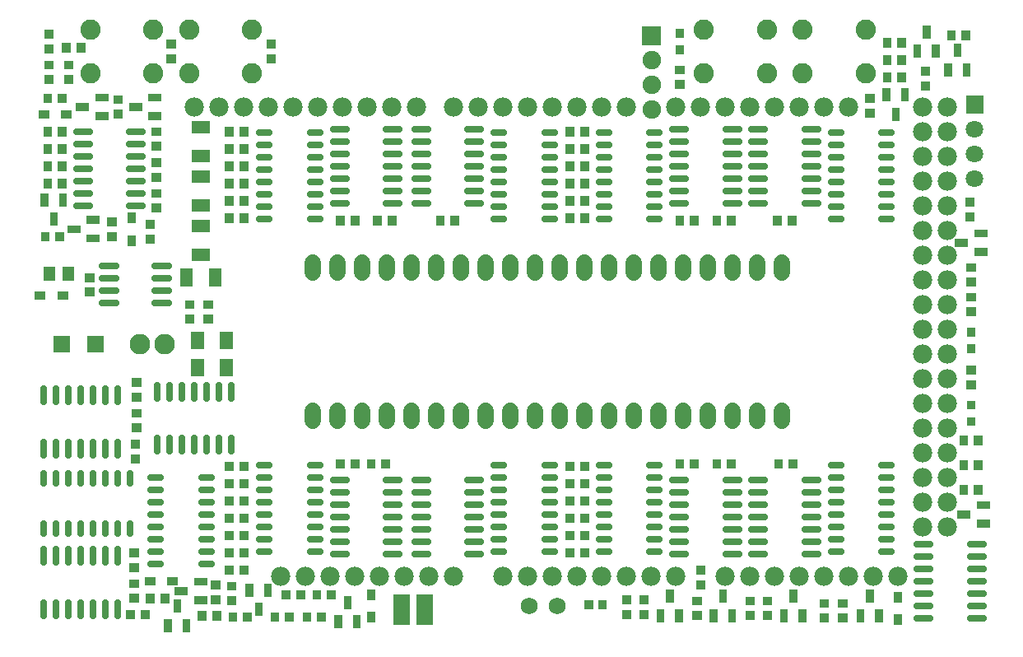
<source format=gts>
G04 Layer: TopSolderMaskLayer*
G04 EasyEDA v6.4.25, 2022-01-21T19:56:56+01:00*
G04 Gerber Generator version 0.2*
G04 Scale: 100 percent, Rotated: No, Reflected: No *
G04 Dimensions in inches *
G04 leading zeros omitted , absolute positions ,3 integer and 6 decimal *
%FSLAX36Y36*%
%MOIN*%

%ADD50C,0.0671*%
%ADD51C,0.0274*%
%ADD52C,0.0276*%
%ADD53C,0.0264*%
%ADD55C,0.0709*%
%ADD58C,0.0820*%
%ADD59C,0.0680*%
%ADD61C,0.0780*%
%ADD67C,0.0830*%
%ADD74C,0.0749*%

%LPD*%
D50*
X3130000Y-735315D02*
G01*
X3130000Y-774684D01*
X3030000Y-735315D02*
G01*
X3030000Y-774684D01*
X2930000Y-735315D02*
G01*
X2930000Y-774684D01*
X2830000Y-735315D02*
G01*
X2830000Y-774684D01*
X2730000Y-735315D02*
G01*
X2730000Y-774684D01*
X2630000Y-735315D02*
G01*
X2630000Y-774684D01*
X2530000Y-735315D02*
G01*
X2530000Y-774684D01*
X2430000Y-735315D02*
G01*
X2430000Y-774684D01*
X2330000Y-735315D02*
G01*
X2330000Y-774684D01*
X2230000Y-735315D02*
G01*
X2230000Y-774684D01*
X2130000Y-735315D02*
G01*
X2130000Y-774684D01*
X2030000Y-735315D02*
G01*
X2030000Y-774684D01*
X1930000Y-735315D02*
G01*
X1930000Y-774684D01*
X1830000Y-735315D02*
G01*
X1830000Y-774684D01*
X1730000Y-735315D02*
G01*
X1730000Y-774684D01*
X1630000Y-735315D02*
G01*
X1630000Y-774684D01*
X1530000Y-735315D02*
G01*
X1530000Y-774684D01*
X1430000Y-735315D02*
G01*
X1430000Y-774684D01*
X1330000Y-735315D02*
G01*
X1330000Y-774684D01*
X1230000Y-735315D02*
G01*
X1230000Y-774684D01*
X3130000Y-1335315D02*
G01*
X3130000Y-1374684D01*
X3030000Y-1335315D02*
G01*
X3030000Y-1374684D01*
X2930000Y-1335315D02*
G01*
X2930000Y-1374684D01*
X2830000Y-1335315D02*
G01*
X2830000Y-1374684D01*
X2730000Y-1335315D02*
G01*
X2730000Y-1374684D01*
X2630000Y-1335315D02*
G01*
X2630000Y-1374684D01*
X2530000Y-1335315D02*
G01*
X2530000Y-1374684D01*
X2430000Y-1335315D02*
G01*
X2430000Y-1374684D01*
X2330000Y-1335315D02*
G01*
X2330000Y-1374684D01*
X2230000Y-1335315D02*
G01*
X2230000Y-1374684D01*
X2130000Y-1335315D02*
G01*
X2130000Y-1374684D01*
X2030000Y-1335315D02*
G01*
X2030000Y-1374684D01*
X1930000Y-1335315D02*
G01*
X1930000Y-1374684D01*
X1830000Y-1335315D02*
G01*
X1830000Y-1374684D01*
X1730000Y-1335315D02*
G01*
X1730000Y-1374684D01*
X1630000Y-1335315D02*
G01*
X1630000Y-1374684D01*
X1530000Y-1335315D02*
G01*
X1530000Y-1374684D01*
X1430000Y-1335315D02*
G01*
X1430000Y-1374684D01*
X1330000Y-1335315D02*
G01*
X1330000Y-1374684D01*
X1230000Y-1335315D02*
G01*
X1230000Y-1374684D01*
D51*
X1855612Y-495000D02*
G01*
X1909647Y-495000D01*
X1855612Y-445000D02*
G01*
X1909647Y-445000D01*
X1855612Y-395000D02*
G01*
X1909647Y-395000D01*
X1855612Y-345000D02*
G01*
X1909647Y-345000D01*
X1855612Y-295000D02*
G01*
X1909647Y-295000D01*
X1855612Y-245000D02*
G01*
X1909647Y-245000D01*
X1855612Y-195000D02*
G01*
X1909647Y-195000D01*
X1640352Y-495000D02*
G01*
X1694387Y-495000D01*
X1640352Y-445000D02*
G01*
X1694387Y-445000D01*
X1640352Y-395000D02*
G01*
X1694387Y-395000D01*
X1640352Y-345000D02*
G01*
X1694387Y-345000D01*
X1640352Y-295000D02*
G01*
X1694387Y-295000D01*
X1640352Y-245000D02*
G01*
X1694387Y-245000D01*
X1640352Y-195000D02*
G01*
X1694387Y-195000D01*
X1525612Y-495000D02*
G01*
X1579647Y-495000D01*
X1525612Y-445000D02*
G01*
X1579647Y-445000D01*
X1525612Y-395000D02*
G01*
X1579647Y-395000D01*
X1525612Y-345000D02*
G01*
X1579647Y-345000D01*
X1525612Y-295000D02*
G01*
X1579647Y-295000D01*
X1525612Y-245000D02*
G01*
X1579647Y-245000D01*
X1525612Y-195000D02*
G01*
X1579647Y-195000D01*
X1310352Y-495000D02*
G01*
X1364387Y-495000D01*
X1310352Y-445000D02*
G01*
X1364387Y-445000D01*
X1310352Y-395000D02*
G01*
X1364387Y-395000D01*
X1310352Y-345000D02*
G01*
X1364387Y-345000D01*
X1310352Y-295000D02*
G01*
X1364387Y-295000D01*
X1310352Y-245000D02*
G01*
X1364387Y-245000D01*
X1310352Y-195000D02*
G01*
X1364387Y-195000D01*
D52*
X1257055Y-560000D02*
G01*
X1217685Y-560000D01*
X1257055Y-510000D02*
G01*
X1217685Y-510000D01*
X1257055Y-460000D02*
G01*
X1217685Y-460000D01*
X1257055Y-410000D02*
G01*
X1217685Y-410000D01*
X1257055Y-360000D02*
G01*
X1217685Y-360000D01*
X1257055Y-310000D02*
G01*
X1217685Y-310000D01*
X1257055Y-260000D02*
G01*
X1217685Y-260000D01*
X1257055Y-210000D02*
G01*
X1217685Y-210000D01*
X1052325Y-560000D02*
G01*
X1012955Y-560000D01*
X1052325Y-510000D02*
G01*
X1012955Y-510000D01*
X1052325Y-460000D02*
G01*
X1012955Y-460000D01*
X1052325Y-410000D02*
G01*
X1012955Y-410000D01*
X1052325Y-360000D02*
G01*
X1012955Y-360000D01*
X1052325Y-310000D02*
G01*
X1012955Y-310000D01*
X1052325Y-260000D02*
G01*
X1012955Y-260000D01*
X1052325Y-210000D02*
G01*
X1012955Y-210000D01*
X2207055Y-560000D02*
G01*
X2167685Y-560000D01*
X2207055Y-510000D02*
G01*
X2167685Y-510000D01*
X2207055Y-460000D02*
G01*
X2167685Y-460000D01*
X2207055Y-410000D02*
G01*
X2167685Y-410000D01*
X2207055Y-360000D02*
G01*
X2167685Y-360000D01*
X2207055Y-310000D02*
G01*
X2167685Y-310000D01*
X2207055Y-260000D02*
G01*
X2167685Y-260000D01*
X2207055Y-210000D02*
G01*
X2167685Y-210000D01*
X2002325Y-560000D02*
G01*
X1962955Y-560000D01*
X2002325Y-510000D02*
G01*
X1962955Y-510000D01*
X2002325Y-460000D02*
G01*
X1962955Y-460000D01*
X2002325Y-410000D02*
G01*
X1962955Y-410000D01*
X2002325Y-360000D02*
G01*
X1962955Y-360000D01*
X2002325Y-310000D02*
G01*
X1962955Y-310000D01*
X2002325Y-260000D02*
G01*
X1962955Y-260000D01*
X2002325Y-210000D02*
G01*
X1962955Y-210000D01*
X3327955Y-1555000D02*
G01*
X3367325Y-1555000D01*
X3327955Y-1605000D02*
G01*
X3367325Y-1605000D01*
X3327955Y-1655000D02*
G01*
X3367325Y-1655000D01*
X3327955Y-1705000D02*
G01*
X3367325Y-1705000D01*
X3327955Y-1755000D02*
G01*
X3367325Y-1755000D01*
X3327955Y-1805000D02*
G01*
X3367325Y-1805000D01*
X3327955Y-1855000D02*
G01*
X3367325Y-1855000D01*
X3327955Y-1905000D02*
G01*
X3367325Y-1905000D01*
X3532685Y-1555000D02*
G01*
X3572055Y-1555000D01*
X3532685Y-1605000D02*
G01*
X3572055Y-1605000D01*
X3532685Y-1655000D02*
G01*
X3572055Y-1655000D01*
X3532685Y-1705000D02*
G01*
X3572055Y-1705000D01*
X3532685Y-1755000D02*
G01*
X3572055Y-1755000D01*
X3532685Y-1805000D02*
G01*
X3572055Y-1805000D01*
X3532685Y-1855000D02*
G01*
X3572055Y-1855000D01*
X3532685Y-1905000D02*
G01*
X3572055Y-1905000D01*
X2387955Y-1555000D02*
G01*
X2427325Y-1555000D01*
X2387955Y-1605000D02*
G01*
X2427325Y-1605000D01*
X2387955Y-1655000D02*
G01*
X2427325Y-1655000D01*
X2387955Y-1705000D02*
G01*
X2427325Y-1705000D01*
X2387955Y-1755000D02*
G01*
X2427325Y-1755000D01*
X2387955Y-1805000D02*
G01*
X2427325Y-1805000D01*
X2387955Y-1855000D02*
G01*
X2427325Y-1855000D01*
X2387955Y-1905000D02*
G01*
X2427325Y-1905000D01*
X2592685Y-1555000D02*
G01*
X2632055Y-1555000D01*
X2592685Y-1605000D02*
G01*
X2632055Y-1605000D01*
X2592685Y-1655000D02*
G01*
X2632055Y-1655000D01*
X2592685Y-1705000D02*
G01*
X2632055Y-1705000D01*
X2592685Y-1755000D02*
G01*
X2632055Y-1755000D01*
X2592685Y-1805000D02*
G01*
X2632055Y-1805000D01*
X2592685Y-1855000D02*
G01*
X2632055Y-1855000D01*
X2592685Y-1905000D02*
G01*
X2632055Y-1905000D01*
D51*
X3059387Y-1615000D02*
G01*
X3005352Y-1615000D01*
X3059387Y-1665000D02*
G01*
X3005352Y-1665000D01*
X3059387Y-1715000D02*
G01*
X3005352Y-1715000D01*
X3059387Y-1765000D02*
G01*
X3005352Y-1765000D01*
X3059387Y-1815000D02*
G01*
X3005352Y-1815000D01*
X3059387Y-1865000D02*
G01*
X3005352Y-1865000D01*
X3059387Y-1915000D02*
G01*
X3005352Y-1915000D01*
X3274647Y-1615000D02*
G01*
X3220612Y-1615000D01*
X3274647Y-1665000D02*
G01*
X3220612Y-1665000D01*
X3274647Y-1715000D02*
G01*
X3220612Y-1715000D01*
X3274647Y-1765000D02*
G01*
X3220612Y-1765000D01*
X3274647Y-1815000D02*
G01*
X3220612Y-1815000D01*
X3274647Y-1865000D02*
G01*
X3220612Y-1865000D01*
X3274647Y-1915000D02*
G01*
X3220612Y-1915000D01*
X2739387Y-1615000D02*
G01*
X2685352Y-1615000D01*
X2739387Y-1665000D02*
G01*
X2685352Y-1665000D01*
X2739387Y-1715000D02*
G01*
X2685352Y-1715000D01*
X2739387Y-1765000D02*
G01*
X2685352Y-1765000D01*
X2739387Y-1815000D02*
G01*
X2685352Y-1815000D01*
X2739387Y-1865000D02*
G01*
X2685352Y-1865000D01*
X2739387Y-1915000D02*
G01*
X2685352Y-1915000D01*
X2954647Y-1615000D02*
G01*
X2900612Y-1615000D01*
X2954647Y-1665000D02*
G01*
X2900612Y-1665000D01*
X2954647Y-1715000D02*
G01*
X2900612Y-1715000D01*
X2954647Y-1765000D02*
G01*
X2900612Y-1765000D01*
X2954647Y-1815000D02*
G01*
X2900612Y-1815000D01*
X2954647Y-1865000D02*
G01*
X2900612Y-1865000D01*
X2954647Y-1915000D02*
G01*
X2900612Y-1915000D01*
X1364387Y-1615000D02*
G01*
X1310352Y-1615000D01*
X1364387Y-1665000D02*
G01*
X1310352Y-1665000D01*
X1364387Y-1715000D02*
G01*
X1310352Y-1715000D01*
X1364387Y-1765000D02*
G01*
X1310352Y-1765000D01*
X1364387Y-1815000D02*
G01*
X1310352Y-1815000D01*
X1364387Y-1865000D02*
G01*
X1310352Y-1865000D01*
X1364387Y-1915000D02*
G01*
X1310352Y-1915000D01*
X1579647Y-1615000D02*
G01*
X1525612Y-1615000D01*
X1579647Y-1665000D02*
G01*
X1525612Y-1665000D01*
X1579647Y-1715000D02*
G01*
X1525612Y-1715000D01*
X1579647Y-1765000D02*
G01*
X1525612Y-1765000D01*
X1579647Y-1815000D02*
G01*
X1525612Y-1815000D01*
X1579647Y-1865000D02*
G01*
X1525612Y-1865000D01*
X1579647Y-1915000D02*
G01*
X1525612Y-1915000D01*
X1694387Y-1615000D02*
G01*
X1640352Y-1615000D01*
X1694387Y-1665000D02*
G01*
X1640352Y-1665000D01*
X1694387Y-1715000D02*
G01*
X1640352Y-1715000D01*
X1694387Y-1765000D02*
G01*
X1640352Y-1765000D01*
X1694387Y-1815000D02*
G01*
X1640352Y-1815000D01*
X1694387Y-1865000D02*
G01*
X1640352Y-1865000D01*
X1694387Y-1915000D02*
G01*
X1640352Y-1915000D01*
X1909647Y-1615000D02*
G01*
X1855612Y-1615000D01*
X1909647Y-1665000D02*
G01*
X1855612Y-1665000D01*
X1909647Y-1715000D02*
G01*
X1855612Y-1715000D01*
X1909647Y-1765000D02*
G01*
X1855612Y-1765000D01*
X1909647Y-1815000D02*
G01*
X1855612Y-1815000D01*
X1909647Y-1865000D02*
G01*
X1855612Y-1865000D01*
X1909647Y-1915000D02*
G01*
X1855612Y-1915000D01*
D52*
X1012955Y-1555000D02*
G01*
X1052325Y-1555000D01*
X1012955Y-1605000D02*
G01*
X1052325Y-1605000D01*
X1012955Y-1655000D02*
G01*
X1052325Y-1655000D01*
X1012955Y-1705000D02*
G01*
X1052325Y-1705000D01*
X1012955Y-1755000D02*
G01*
X1052325Y-1755000D01*
X1012955Y-1805000D02*
G01*
X1052325Y-1805000D01*
X1012955Y-1855000D02*
G01*
X1052325Y-1855000D01*
X1012955Y-1905000D02*
G01*
X1052325Y-1905000D01*
X1217685Y-1555000D02*
G01*
X1257055Y-1555000D01*
X1217685Y-1605000D02*
G01*
X1257055Y-1605000D01*
X1217685Y-1655000D02*
G01*
X1257055Y-1655000D01*
X1217685Y-1705000D02*
G01*
X1257055Y-1705000D01*
X1217685Y-1755000D02*
G01*
X1257055Y-1755000D01*
X1217685Y-1805000D02*
G01*
X1257055Y-1805000D01*
X1217685Y-1855000D02*
G01*
X1257055Y-1855000D01*
X1217685Y-1905000D02*
G01*
X1257055Y-1905000D01*
X1962955Y-1555000D02*
G01*
X2002325Y-1555000D01*
X1962955Y-1605000D02*
G01*
X2002325Y-1605000D01*
X1962955Y-1655000D02*
G01*
X2002325Y-1655000D01*
X1962955Y-1705000D02*
G01*
X2002325Y-1705000D01*
X1962955Y-1755000D02*
G01*
X2002325Y-1755000D01*
X1962955Y-1805000D02*
G01*
X2002325Y-1805000D01*
X1962955Y-1855000D02*
G01*
X2002325Y-1855000D01*
X1962955Y-1905000D02*
G01*
X2002325Y-1905000D01*
X2167685Y-1555000D02*
G01*
X2207055Y-1555000D01*
X2167685Y-1605000D02*
G01*
X2207055Y-1605000D01*
X2167685Y-1655000D02*
G01*
X2207055Y-1655000D01*
X2167685Y-1705000D02*
G01*
X2207055Y-1705000D01*
X2167685Y-1755000D02*
G01*
X2207055Y-1755000D01*
X2167685Y-1805000D02*
G01*
X2207055Y-1805000D01*
X2167685Y-1855000D02*
G01*
X2207055Y-1855000D01*
X2167685Y-1905000D02*
G01*
X2207055Y-1905000D01*
X572955Y-1605000D02*
G01*
X612325Y-1605000D01*
X572955Y-1655000D02*
G01*
X612325Y-1655000D01*
X572955Y-1705000D02*
G01*
X612325Y-1705000D01*
X572955Y-1755000D02*
G01*
X612325Y-1755000D01*
X572955Y-1805000D02*
G01*
X612325Y-1805000D01*
X572955Y-1855000D02*
G01*
X612325Y-1855000D01*
X572955Y-1905000D02*
G01*
X612325Y-1905000D01*
X572955Y-1955000D02*
G01*
X612325Y-1955000D01*
X777685Y-1605000D02*
G01*
X817055Y-1605000D01*
X777685Y-1655000D02*
G01*
X817055Y-1655000D01*
X777685Y-1705000D02*
G01*
X817055Y-1705000D01*
X777685Y-1755000D02*
G01*
X817055Y-1755000D01*
X777685Y-1805000D02*
G01*
X817055Y-1805000D01*
X777685Y-1855000D02*
G01*
X817055Y-1855000D01*
X777685Y-1905000D02*
G01*
X817055Y-1905000D01*
X777685Y-1955000D02*
G01*
X817055Y-1955000D01*
X490000Y-1587955D02*
G01*
X490000Y-1627325D01*
X440000Y-1587955D02*
G01*
X440000Y-1627325D01*
X390000Y-1587955D02*
G01*
X390000Y-1627325D01*
X340000Y-1587955D02*
G01*
X340000Y-1627325D01*
X290000Y-1587955D02*
G01*
X290000Y-1627325D01*
X240000Y-1587955D02*
G01*
X240000Y-1627325D01*
X190000Y-1587955D02*
G01*
X190000Y-1627325D01*
X140000Y-1587955D02*
G01*
X140000Y-1627325D01*
X490000Y-1792685D02*
G01*
X490000Y-1832055D01*
X440000Y-1792685D02*
G01*
X440000Y-1832055D01*
X390000Y-1792685D02*
G01*
X390000Y-1832055D01*
X340000Y-1792685D02*
G01*
X340000Y-1832055D01*
X290000Y-1792685D02*
G01*
X290000Y-1832055D01*
X240000Y-1792685D02*
G01*
X240000Y-1832055D01*
X190000Y-1792685D02*
G01*
X190000Y-1832055D01*
X140000Y-1792685D02*
G01*
X140000Y-1832055D01*
D51*
X440000Y-1299387D02*
G01*
X440000Y-1245351D01*
X390000Y-1299387D02*
G01*
X390000Y-1245351D01*
X340000Y-1299387D02*
G01*
X340000Y-1245351D01*
X290000Y-1299387D02*
G01*
X290000Y-1245351D01*
X240000Y-1299387D02*
G01*
X240000Y-1245351D01*
X190000Y-1299387D02*
G01*
X190000Y-1245351D01*
X140000Y-1299387D02*
G01*
X140000Y-1245351D01*
X440000Y-1514648D02*
G01*
X440000Y-1460612D01*
X390000Y-1514648D02*
G01*
X390000Y-1460612D01*
X340000Y-1514648D02*
G01*
X340000Y-1460612D01*
X290000Y-1514648D02*
G01*
X290000Y-1460612D01*
X240000Y-1514648D02*
G01*
X240000Y-1460612D01*
X190000Y-1514648D02*
G01*
X190000Y-1460612D01*
X140000Y-1514648D02*
G01*
X140000Y-1460612D01*
X900000Y-1284387D02*
G01*
X900000Y-1230351D01*
X850000Y-1284387D02*
G01*
X850000Y-1230351D01*
X800000Y-1284387D02*
G01*
X800000Y-1230351D01*
X750000Y-1284387D02*
G01*
X750000Y-1230351D01*
X700000Y-1284387D02*
G01*
X700000Y-1230351D01*
X650000Y-1284387D02*
G01*
X650000Y-1230351D01*
X600000Y-1284387D02*
G01*
X600000Y-1230351D01*
X900000Y-1499648D02*
G01*
X900000Y-1445612D01*
X850000Y-1499648D02*
G01*
X850000Y-1445612D01*
X800000Y-1499648D02*
G01*
X800000Y-1445612D01*
X750000Y-1499648D02*
G01*
X750000Y-1445612D01*
X700000Y-1499648D02*
G01*
X700000Y-1445612D01*
X650000Y-1499648D02*
G01*
X650000Y-1445612D01*
X600000Y-1499648D02*
G01*
X600000Y-1445612D01*
X2900612Y-495000D02*
G01*
X2954647Y-495000D01*
X2900612Y-445000D02*
G01*
X2954647Y-445000D01*
X2900612Y-395000D02*
G01*
X2954647Y-395000D01*
X2900612Y-345000D02*
G01*
X2954647Y-345000D01*
X2900612Y-295000D02*
G01*
X2954647Y-295000D01*
X2900612Y-245000D02*
G01*
X2954647Y-245000D01*
X2900612Y-195000D02*
G01*
X2954647Y-195000D01*
X2685352Y-495000D02*
G01*
X2739387Y-495000D01*
X2685352Y-445000D02*
G01*
X2739387Y-445000D01*
X2685352Y-395000D02*
G01*
X2739387Y-395000D01*
X2685352Y-345000D02*
G01*
X2739387Y-345000D01*
X2685352Y-295000D02*
G01*
X2739387Y-295000D01*
X2685352Y-245000D02*
G01*
X2739387Y-245000D01*
X2685352Y-195000D02*
G01*
X2739387Y-195000D01*
X3220612Y-495000D02*
G01*
X3274647Y-495000D01*
X3220612Y-445000D02*
G01*
X3274647Y-445000D01*
X3220612Y-395000D02*
G01*
X3274647Y-395000D01*
X3220612Y-345000D02*
G01*
X3274647Y-345000D01*
X3220612Y-295000D02*
G01*
X3274647Y-295000D01*
X3220612Y-245000D02*
G01*
X3274647Y-245000D01*
X3220612Y-195000D02*
G01*
X3274647Y-195000D01*
X3005352Y-495000D02*
G01*
X3059387Y-495000D01*
X3005352Y-445000D02*
G01*
X3059387Y-445000D01*
X3005352Y-395000D02*
G01*
X3059387Y-395000D01*
X3005352Y-345000D02*
G01*
X3059387Y-345000D01*
X3005352Y-295000D02*
G01*
X3059387Y-295000D01*
X3005352Y-245000D02*
G01*
X3059387Y-245000D01*
X3005352Y-195000D02*
G01*
X3059387Y-195000D01*
D52*
X3572055Y-560000D02*
G01*
X3532685Y-560000D01*
X3572055Y-510000D02*
G01*
X3532685Y-510000D01*
X3572055Y-460000D02*
G01*
X3532685Y-460000D01*
X3572055Y-410000D02*
G01*
X3532685Y-410000D01*
X3572055Y-360000D02*
G01*
X3532685Y-360000D01*
X3572055Y-310000D02*
G01*
X3532685Y-310000D01*
X3572055Y-260000D02*
G01*
X3532685Y-260000D01*
X3572055Y-210000D02*
G01*
X3532685Y-210000D01*
X3367325Y-560000D02*
G01*
X3327955Y-560000D01*
X3367325Y-510000D02*
G01*
X3327955Y-510000D01*
X3367325Y-460000D02*
G01*
X3327955Y-460000D01*
X3367325Y-410000D02*
G01*
X3327955Y-410000D01*
X3367325Y-360000D02*
G01*
X3327955Y-360000D01*
X3367325Y-310000D02*
G01*
X3327955Y-310000D01*
X3367325Y-260000D02*
G01*
X3327955Y-260000D01*
X3367325Y-210000D02*
G01*
X3327955Y-210000D01*
X2632055Y-560000D02*
G01*
X2592685Y-560000D01*
X2632055Y-510000D02*
G01*
X2592685Y-510000D01*
X2632055Y-460000D02*
G01*
X2592685Y-460000D01*
X2632055Y-410000D02*
G01*
X2592685Y-410000D01*
X2632055Y-360000D02*
G01*
X2592685Y-360000D01*
X2632055Y-310000D02*
G01*
X2592685Y-310000D01*
X2632055Y-260000D02*
G01*
X2592685Y-260000D01*
X2632055Y-210000D02*
G01*
X2592685Y-210000D01*
X2427325Y-560000D02*
G01*
X2387955Y-560000D01*
X2427325Y-510000D02*
G01*
X2387955Y-510000D01*
X2427325Y-460000D02*
G01*
X2387955Y-460000D01*
X2427325Y-410000D02*
G01*
X2387955Y-410000D01*
X2427325Y-360000D02*
G01*
X2387955Y-360000D01*
X2427325Y-310000D02*
G01*
X2387955Y-310000D01*
X2427325Y-260000D02*
G01*
X2387955Y-260000D01*
X2427325Y-210000D02*
G01*
X2387955Y-210000D01*
D53*
X430700Y-750000D02*
G01*
X376298Y-750000D01*
X430700Y-800000D02*
G01*
X376298Y-800000D01*
X430700Y-850000D02*
G01*
X376298Y-850000D01*
X430700Y-900000D02*
G01*
X376298Y-900000D01*
X643701Y-750000D02*
G01*
X589299Y-750000D01*
X643701Y-800000D02*
G01*
X589299Y-800000D01*
X643701Y-850000D02*
G01*
X589299Y-850000D01*
X643701Y-900000D02*
G01*
X589299Y-900000D01*
D51*
X324387Y-205000D02*
G01*
X270351Y-205000D01*
X324387Y-255000D02*
G01*
X270351Y-255000D01*
X324387Y-305000D02*
G01*
X270351Y-305000D01*
X324387Y-355000D02*
G01*
X270351Y-355000D01*
X324387Y-405000D02*
G01*
X270351Y-405000D01*
X324387Y-455000D02*
G01*
X270351Y-455000D01*
X324387Y-505000D02*
G01*
X270351Y-505000D01*
X539648Y-205000D02*
G01*
X485612Y-205000D01*
X539648Y-255000D02*
G01*
X485612Y-255000D01*
X539648Y-305000D02*
G01*
X485612Y-305000D01*
X539648Y-355000D02*
G01*
X485612Y-355000D01*
X539648Y-405000D02*
G01*
X485612Y-405000D01*
X539648Y-455000D02*
G01*
X485612Y-455000D01*
X539648Y-505000D02*
G01*
X485612Y-505000D01*
X440000Y-1949387D02*
G01*
X440000Y-1895351D01*
X390000Y-1949387D02*
G01*
X390000Y-1895351D01*
X340000Y-1949387D02*
G01*
X340000Y-1895351D01*
X290000Y-1949387D02*
G01*
X290000Y-1895351D01*
X240000Y-1949387D02*
G01*
X240000Y-1895351D01*
X190000Y-1949387D02*
G01*
X190000Y-1895351D01*
X140000Y-1949387D02*
G01*
X140000Y-1895351D01*
X440000Y-2164648D02*
G01*
X440000Y-2110612D01*
X390000Y-2164648D02*
G01*
X390000Y-2110612D01*
X340000Y-2164648D02*
G01*
X340000Y-2110612D01*
X290000Y-2164648D02*
G01*
X290000Y-2110612D01*
X240000Y-2164648D02*
G01*
X240000Y-2110612D01*
X190000Y-2164648D02*
G01*
X190000Y-2110612D01*
X140000Y-2164648D02*
G01*
X140000Y-2110612D01*
X3729387Y-1875000D02*
G01*
X3675352Y-1875000D01*
X3729387Y-1925000D02*
G01*
X3675352Y-1925000D01*
X3729387Y-1975000D02*
G01*
X3675352Y-1975000D01*
X3729387Y-2025000D02*
G01*
X3675352Y-2025000D01*
X3729387Y-2075000D02*
G01*
X3675352Y-2075000D01*
X3729387Y-2125000D02*
G01*
X3675352Y-2125000D01*
X3729387Y-2175000D02*
G01*
X3675352Y-2175000D01*
X3944647Y-1875000D02*
G01*
X3890612Y-1875000D01*
X3944647Y-1925000D02*
G01*
X3890612Y-1925000D01*
X3944647Y-1975000D02*
G01*
X3890612Y-1975000D01*
X3944647Y-2025000D02*
G01*
X3890612Y-2025000D01*
X3944647Y-2075000D02*
G01*
X3890612Y-2075000D01*
X3944647Y-2125000D02*
G01*
X3890612Y-2125000D01*
X3944647Y-2175000D02*
G01*
X3890612Y-2175000D01*
G36*
X3874499Y-130500D02*
G01*
X3874499Y-59499D01*
X3945500Y-59499D01*
X3945500Y-130500D01*
G37*
D55*
G01*
X3910000Y-195000D03*
G01*
X3910000Y-295000D03*
G01*
X3910000Y-395000D03*
G36*
X3877299Y-1396199D02*
G01*
X3877299Y-1360799D01*
X3912700Y-1360799D01*
X3912700Y-1396199D01*
G37*
G36*
X3877299Y-1329200D02*
G01*
X3877299Y-1293800D01*
X3912700Y-1293800D01*
X3912700Y-1329200D01*
G37*
G36*
X3877299Y-1034200D02*
G01*
X3877299Y-998800D01*
X3912700Y-998800D01*
X3912700Y-1034200D01*
G37*
G36*
X3877299Y-1101199D02*
G01*
X3877299Y-1065799D01*
X3912700Y-1065799D01*
X3912700Y-1101199D01*
G37*
G36*
X2697299Y108800D02*
G01*
X2697299Y144200D01*
X2732700Y144200D01*
X2732700Y108800D01*
G37*
G36*
X2697299Y175799D02*
G01*
X2697299Y211199D01*
X2732700Y211199D01*
X2732700Y175799D01*
G37*
G36*
X2696000Y-32500D02*
G01*
X2696000Y3200D01*
X2733999Y3200D01*
X2733999Y-32500D01*
G37*
G36*
X2696000Y26799D02*
G01*
X2696000Y62500D01*
X2733999Y62500D01*
X2733999Y26799D01*
G37*
G36*
X3876000Y-893200D02*
G01*
X3876000Y-857500D01*
X3913999Y-857500D01*
X3913999Y-893200D01*
G37*
G36*
X3876000Y-952500D02*
G01*
X3876000Y-916799D01*
X3913999Y-916799D01*
X3913999Y-952500D01*
G37*
G36*
X3876000Y-1188200D02*
G01*
X3876000Y-1152500D01*
X3913999Y-1152500D01*
X3913999Y-1188200D01*
G37*
G36*
X3876000Y-1247500D02*
G01*
X3876000Y-1211799D01*
X3913999Y-1211799D01*
X3913999Y-1247500D01*
G37*
D58*
G01*
X726999Y209000D03*
G01*
X983000Y209000D03*
G01*
X726999Y30999D03*
G01*
X983000Y30999D03*
G01*
X326999Y209000D03*
G01*
X583000Y209000D03*
G01*
X326999Y30999D03*
G01*
X583000Y30999D03*
D59*
G01*
X2105000Y-2125000D03*
G01*
X2220000Y-2125000D03*
G36*
X3907799Y-708200D02*
G01*
X3907799Y-676599D01*
X3961000Y-676599D01*
X3961000Y-708200D01*
G37*
G36*
X3907799Y-633400D02*
G01*
X3907799Y-601799D01*
X3961000Y-601799D01*
X3961000Y-633400D01*
G37*
G36*
X3828999Y-670799D02*
G01*
X3828999Y-639200D01*
X3882200Y-639200D01*
X3882200Y-670799D01*
G37*
G36*
X3876000Y-773200D02*
G01*
X3876000Y-737500D01*
X3913999Y-737500D01*
X3913999Y-773200D01*
G37*
G36*
X3876000Y-832500D02*
G01*
X3876000Y-796799D01*
X3913999Y-796799D01*
X3913999Y-832500D01*
G37*
G36*
X3871000Y-508200D02*
G01*
X3871000Y-472500D01*
X3908999Y-472500D01*
X3908999Y-508200D01*
G37*
G36*
X3871000Y-567500D02*
G01*
X3871000Y-531799D01*
X3908999Y-531799D01*
X3908999Y-567500D01*
G37*
D61*
G01*
X750000Y-105000D03*
G01*
X850000Y-105000D03*
G01*
X950000Y-105000D03*
G01*
X1050000Y-105000D03*
G01*
X1150000Y-105000D03*
G01*
X1250000Y-105000D03*
G01*
X1350000Y-105000D03*
G01*
X1450000Y-105000D03*
G01*
X1550000Y-105000D03*
G01*
X1650000Y-105000D03*
G01*
X1800000Y-105000D03*
G01*
X1900000Y-105000D03*
G01*
X2000000Y-105000D03*
G01*
X2100000Y-105000D03*
G01*
X2200000Y-105000D03*
G01*
X2300000Y-105000D03*
G01*
X2400000Y-105000D03*
G01*
X2500000Y-105000D03*
G01*
X2700000Y-105000D03*
G01*
X2800000Y-105000D03*
G01*
X2900000Y-105000D03*
G01*
X3000000Y-105000D03*
G01*
X3100000Y-105000D03*
G01*
X3200000Y-105000D03*
G01*
X3300000Y-105000D03*
G01*
X3400000Y-105000D03*
G01*
X3800000Y-105000D03*
G01*
X3700000Y-105000D03*
G01*
X3800000Y-205000D03*
G01*
X3800000Y-305000D03*
G01*
X3700000Y-205000D03*
G01*
X3700000Y-305000D03*
G01*
X3700000Y-405000D03*
G01*
X3800000Y-405000D03*
G01*
X3800000Y-505000D03*
G01*
X3700000Y-505000D03*
G01*
X3700000Y-605000D03*
G01*
X3800000Y-605000D03*
G01*
X3700000Y-705000D03*
G01*
X3800000Y-705000D03*
G01*
X3700000Y-805000D03*
G01*
X3800000Y-805000D03*
G01*
X3700000Y-905000D03*
G01*
X3800000Y-905000D03*
G01*
X3700000Y-1005000D03*
G01*
X3800000Y-1005000D03*
G01*
X3700000Y-1105000D03*
G01*
X3800000Y-1105000D03*
G01*
X3800000Y-1205000D03*
G01*
X3700000Y-1205000D03*
G01*
X3700000Y-1305000D03*
G01*
X3800000Y-1305000D03*
G01*
X3800000Y-1405000D03*
G01*
X3700000Y-1405000D03*
G01*
X3700000Y-1505000D03*
G01*
X3800000Y-1505000D03*
G01*
X3800000Y-1605000D03*
G01*
X3700000Y-1605000D03*
G01*
X3700000Y-1705000D03*
G01*
X3800000Y-1705000D03*
G01*
X3800000Y-1805000D03*
G01*
X3700000Y-1805000D03*
G01*
X3600000Y-2005000D03*
G01*
X3500000Y-2005000D03*
G01*
X3400000Y-2005000D03*
G01*
X3300000Y-2005000D03*
G01*
X3200000Y-2005000D03*
G01*
X3100000Y-2005000D03*
G01*
X3000000Y-2005000D03*
G01*
X2900000Y-2005000D03*
G01*
X2700000Y-2005000D03*
G01*
X2600000Y-2005000D03*
G01*
X2500000Y-2005000D03*
G01*
X2400000Y-2005000D03*
G01*
X2300000Y-2005000D03*
G01*
X2200000Y-2005000D03*
G01*
X2100000Y-2005000D03*
G01*
X2000000Y-2005000D03*
G01*
X1800000Y-2005000D03*
G01*
X1700000Y-2005000D03*
G01*
X1600000Y-2005000D03*
G01*
X1500000Y-2005000D03*
G01*
X1400000Y-2005000D03*
G01*
X1300000Y-2005000D03*
G01*
X1200000Y-2005000D03*
G01*
X1100000Y-2005000D03*
G36*
X117199Y-151799D02*
G01*
X117199Y-118200D01*
X160500Y-118200D01*
X160500Y-151799D01*
G37*
G36*
X209499Y-151799D02*
G01*
X209499Y-118200D01*
X252800Y-118200D01*
X252800Y-151799D01*
G37*
G36*
X478200Y-575500D02*
G01*
X478200Y-532199D01*
X511799Y-532199D01*
X511799Y-575500D01*
G37*
G36*
X478200Y-667800D02*
G01*
X478200Y-624499D01*
X511799Y-624499D01*
X511799Y-667800D01*
G37*
G36*
X312800Y-653200D02*
G01*
X312800Y-621599D01*
X365999Y-621599D01*
X365999Y-653200D01*
G37*
G36*
X312800Y-578400D02*
G01*
X312800Y-546799D01*
X365999Y-546799D01*
X365999Y-578400D01*
G37*
G36*
X234000Y-615799D02*
G01*
X234000Y-584200D01*
X287199Y-584200D01*
X287199Y-615799D01*
G37*
G36*
X347800Y-158200D02*
G01*
X347800Y-126599D01*
X400999Y-126599D01*
X400999Y-158200D01*
G37*
G36*
X347800Y-83400D02*
G01*
X347800Y-51799D01*
X400999Y-51799D01*
X400999Y-83400D01*
G37*
G36*
X269000Y-120799D02*
G01*
X269000Y-89200D01*
X322199Y-89200D01*
X322199Y-120799D01*
G37*
G36*
X3611599Y-82199D02*
G01*
X3611599Y-29000D01*
X3643199Y-29000D01*
X3643199Y-82199D01*
G37*
G36*
X3536800Y-82199D02*
G01*
X3536800Y-29000D01*
X3568400Y-29000D01*
X3568400Y-82199D01*
G37*
G36*
X3574200Y-160999D02*
G01*
X3574200Y-107800D01*
X3605799Y-107800D01*
X3605799Y-160999D01*
G37*
G36*
X3661800Y94000D02*
G01*
X3661800Y147199D01*
X3693400Y147199D01*
X3693400Y94000D01*
G37*
G36*
X3736599Y94000D02*
G01*
X3736599Y147199D01*
X3768199Y147199D01*
X3768199Y94000D01*
G37*
G36*
X3699200Y172800D02*
G01*
X3699200Y225999D01*
X3730799Y225999D01*
X3730799Y172800D01*
G37*
G36*
X3786800Y19000D02*
G01*
X3786800Y72199D01*
X3818400Y72199D01*
X3818400Y19000D01*
G37*
G36*
X3861599Y19000D02*
G01*
X3861599Y72199D01*
X3893199Y72199D01*
X3893199Y19000D01*
G37*
G36*
X3824200Y97800D02*
G01*
X3824200Y150999D01*
X3855799Y150999D01*
X3855799Y97800D01*
G37*
G36*
X201599Y-507199D02*
G01*
X201599Y-454000D01*
X233200Y-454000D01*
X233200Y-507199D01*
G37*
G36*
X126799Y-507199D02*
G01*
X126799Y-454000D01*
X158400Y-454000D01*
X158400Y-507199D01*
G37*
G36*
X164200Y-585999D02*
G01*
X164200Y-532800D01*
X195799Y-532800D01*
X195799Y-585999D01*
G37*
G36*
X562800Y-158200D02*
G01*
X562800Y-126599D01*
X615999Y-126599D01*
X615999Y-158200D01*
G37*
G36*
X562800Y-83400D02*
G01*
X562800Y-51799D01*
X615999Y-51799D01*
X615999Y-83400D01*
G37*
G36*
X484000Y-120799D02*
G01*
X484000Y-89200D01*
X537199Y-89200D01*
X537199Y-120799D01*
G37*
G36*
X3121800Y-2190999D02*
G01*
X3121800Y-2137800D01*
X3153400Y-2137800D01*
X3153400Y-2190999D01*
G37*
G36*
X3196599Y-2190999D02*
G01*
X3196599Y-2137800D01*
X3228199Y-2137800D01*
X3228199Y-2190999D01*
G37*
G36*
X3159200Y-2112199D02*
G01*
X3159200Y-2059000D01*
X3190799Y-2059000D01*
X3190799Y-2112199D01*
G37*
G36*
X2836800Y-2190999D02*
G01*
X2836800Y-2137800D01*
X2868400Y-2137800D01*
X2868400Y-2190999D01*
G37*
G36*
X2911599Y-2190999D02*
G01*
X2911599Y-2137800D01*
X2943199Y-2137800D01*
X2943199Y-2190999D01*
G37*
G36*
X2874200Y-2112199D02*
G01*
X2874200Y-2059000D01*
X2905799Y-2059000D01*
X2905799Y-2112199D01*
G37*
G36*
X186799Y-649000D02*
G01*
X186799Y-610999D01*
X222500Y-610999D01*
X222500Y-649000D01*
G37*
G36*
X127500Y-649000D02*
G01*
X127500Y-610999D01*
X163200Y-610999D01*
X163200Y-649000D01*
G37*
G36*
X137500Y-89000D02*
G01*
X137500Y-50999D01*
X173200Y-50999D01*
X173200Y-89000D01*
G37*
G36*
X196799Y-89000D02*
G01*
X196799Y-50999D01*
X232500Y-50999D01*
X232500Y-89000D01*
G37*
G36*
X420999Y-152500D02*
G01*
X420999Y-116799D01*
X459000Y-116799D01*
X459000Y-152500D01*
G37*
G36*
X420999Y-93200D02*
G01*
X420999Y-57500D01*
X459000Y-57500D01*
X459000Y-93200D01*
G37*
G36*
X2981000Y-2123200D02*
G01*
X2981000Y-2087500D01*
X3018999Y-2087500D01*
X3018999Y-2123200D01*
G37*
G36*
X2981000Y-2182500D02*
G01*
X2981000Y-2146799D01*
X3018999Y-2146799D01*
X3018999Y-2182500D01*
G37*
G36*
X3856800Y165999D02*
G01*
X3856800Y204000D01*
X3892500Y204000D01*
X3892500Y165999D01*
G37*
G36*
X3797500Y165999D02*
G01*
X3797500Y204000D01*
X3833199Y204000D01*
X3833199Y165999D01*
G37*
G36*
X3537500Y135999D02*
G01*
X3537500Y174000D01*
X3573199Y174000D01*
X3573199Y135999D01*
G37*
G36*
X3596800Y135999D02*
G01*
X3596800Y174000D01*
X3632500Y174000D01*
X3632500Y135999D01*
G37*
G36*
X3596800Y-4000D02*
G01*
X3596800Y34000D01*
X3632500Y34000D01*
X3632500Y-4000D01*
G37*
G36*
X3537500Y-4000D02*
G01*
X3537500Y34000D01*
X3573199Y34000D01*
X3573199Y-4000D01*
G37*
G36*
X3466000Y-147500D02*
G01*
X3466000Y-111799D01*
X3503999Y-111799D01*
X3503999Y-147500D01*
G37*
G36*
X3466000Y-88200D02*
G01*
X3466000Y-52500D01*
X3503999Y-52500D01*
X3503999Y-88200D01*
G37*
G36*
X3596800Y65999D02*
G01*
X3596800Y104000D01*
X3632500Y104000D01*
X3632500Y65999D01*
G37*
G36*
X3537500Y65999D02*
G01*
X3537500Y104000D01*
X3573199Y104000D01*
X3573199Y65999D01*
G37*
G36*
X3691000Y-37500D02*
G01*
X3691000Y-1799D01*
X3728999Y-1799D01*
X3728999Y-37500D01*
G37*
G36*
X3691000Y21799D02*
G01*
X3691000Y57500D01*
X3728999Y57500D01*
X3728999Y21799D01*
G37*
G36*
X575999Y-348200D02*
G01*
X575999Y-312500D01*
X614000Y-312500D01*
X614000Y-348200D01*
G37*
G36*
X575999Y-407500D02*
G01*
X575999Y-371799D01*
X614000Y-371799D01*
X614000Y-407500D01*
G37*
G36*
X196799Y-434000D02*
G01*
X196799Y-395999D01*
X232500Y-395999D01*
X232500Y-434000D01*
G37*
G36*
X137500Y-434000D02*
G01*
X137500Y-395999D01*
X173200Y-395999D01*
X173200Y-434000D01*
G37*
G36*
X575999Y-282500D02*
G01*
X575999Y-246799D01*
X614000Y-246799D01*
X614000Y-282500D01*
G37*
G36*
X575999Y-223200D02*
G01*
X575999Y-187500D01*
X614000Y-187500D01*
X614000Y-223200D01*
G37*
G36*
X196799Y-364000D02*
G01*
X196799Y-325999D01*
X232500Y-325999D01*
X232500Y-364000D01*
G37*
G36*
X137500Y-364000D02*
G01*
X137500Y-325999D01*
X173200Y-325999D01*
X173200Y-364000D01*
G37*
G36*
X575999Y-473200D02*
G01*
X575999Y-437500D01*
X614000Y-437500D01*
X614000Y-473200D01*
G37*
G36*
X575999Y-532500D02*
G01*
X575999Y-496799D01*
X614000Y-496799D01*
X614000Y-532500D01*
G37*
G36*
X3051000Y-2182500D02*
G01*
X3051000Y-2146799D01*
X3088999Y-2146799D01*
X3088999Y-2182500D01*
G37*
G36*
X3051000Y-2123200D02*
G01*
X3051000Y-2087500D01*
X3088999Y-2087500D01*
X3088999Y-2123200D01*
G37*
G36*
X2766000Y-2182500D02*
G01*
X2766000Y-2146799D01*
X2803999Y-2146799D01*
X2803999Y-2182500D01*
G37*
G36*
X2766000Y-2123200D02*
G01*
X2766000Y-2087500D01*
X2803999Y-2087500D01*
X2803999Y-2123200D01*
G37*
G36*
X2781000Y-2057500D02*
G01*
X2781000Y-2021799D01*
X2818999Y-2021799D01*
X2818999Y-2057500D01*
G37*
G36*
X2781000Y-1998200D02*
G01*
X2781000Y-1962500D01*
X2818999Y-1962500D01*
X2818999Y-1998200D01*
G37*
G36*
X2481000Y-2118200D02*
G01*
X2481000Y-2082500D01*
X2518999Y-2082500D01*
X2518999Y-2118200D01*
G37*
G36*
X2481000Y-2177500D02*
G01*
X2481000Y-2141799D01*
X2518999Y-2141799D01*
X2518999Y-2177500D01*
G37*
G36*
X2551000Y-2177500D02*
G01*
X2551000Y-2141799D01*
X2588999Y-2141799D01*
X2588999Y-2177500D01*
G37*
G36*
X2551000Y-2118200D02*
G01*
X2551000Y-2082500D01*
X2588999Y-2082500D01*
X2588999Y-2118200D01*
G37*
G36*
X872500Y-224000D02*
G01*
X872500Y-185999D01*
X908199Y-185999D01*
X908199Y-224000D01*
G37*
G36*
X931800Y-224000D02*
G01*
X931800Y-185999D01*
X967500Y-185999D01*
X967500Y-224000D01*
G37*
G36*
X1727500Y-584000D02*
G01*
X1727500Y-545999D01*
X1763199Y-545999D01*
X1763199Y-584000D01*
G37*
G36*
X1786800Y-584000D02*
G01*
X1786800Y-545999D01*
X1822500Y-545999D01*
X1822500Y-584000D01*
G37*
G36*
X1381800Y-584000D02*
G01*
X1381800Y-545999D01*
X1417500Y-545999D01*
X1417500Y-584000D01*
G37*
G36*
X1322500Y-584000D02*
G01*
X1322500Y-545999D01*
X1358199Y-545999D01*
X1358199Y-584000D01*
G37*
G36*
X872500Y-574000D02*
G01*
X872500Y-535999D01*
X908199Y-535999D01*
X908199Y-574000D01*
G37*
G36*
X931800Y-574000D02*
G01*
X931800Y-535999D01*
X967500Y-535999D01*
X967500Y-574000D01*
G37*
G36*
X872500Y-294000D02*
G01*
X872500Y-255999D01*
X908199Y-255999D01*
X908199Y-294000D01*
G37*
G36*
X931800Y-294000D02*
G01*
X931800Y-255999D01*
X967500Y-255999D01*
X967500Y-294000D01*
G37*
G36*
X872500Y-434000D02*
G01*
X872500Y-395999D01*
X908199Y-395999D01*
X908199Y-434000D01*
G37*
G36*
X931800Y-434000D02*
G01*
X931800Y-395999D01*
X967500Y-395999D01*
X967500Y-434000D01*
G37*
G36*
X2906800Y-1569000D02*
G01*
X2906800Y-1530999D01*
X2942500Y-1530999D01*
X2942500Y-1569000D01*
G37*
G36*
X2847500Y-1569000D02*
G01*
X2847500Y-1530999D01*
X2883199Y-1530999D01*
X2883199Y-1569000D01*
G37*
G36*
X3156800Y-1569000D02*
G01*
X3156800Y-1530999D01*
X3192500Y-1530999D01*
X3192500Y-1569000D01*
G37*
G36*
X3097500Y-1569000D02*
G01*
X3097500Y-1530999D01*
X3133199Y-1530999D01*
X3133199Y-1569000D01*
G37*
G36*
X2252500Y-1859000D02*
G01*
X2252500Y-1820999D01*
X2288199Y-1820999D01*
X2288199Y-1859000D01*
G37*
G36*
X2311800Y-1859000D02*
G01*
X2311800Y-1820999D01*
X2347500Y-1820999D01*
X2347500Y-1859000D01*
G37*
G36*
X2252500Y-1929000D02*
G01*
X2252500Y-1890999D01*
X2288199Y-1890999D01*
X2288199Y-1929000D01*
G37*
G36*
X2311800Y-1929000D02*
G01*
X2311800Y-1890999D01*
X2347500Y-1890999D01*
X2347500Y-1929000D01*
G37*
G36*
X2252500Y-1579000D02*
G01*
X2252500Y-1540999D01*
X2288199Y-1540999D01*
X2288199Y-1579000D01*
G37*
G36*
X2311800Y-1579000D02*
G01*
X2311800Y-1540999D01*
X2347500Y-1540999D01*
X2347500Y-1579000D01*
G37*
G36*
X2252500Y-1649000D02*
G01*
X2252500Y-1610999D01*
X2288199Y-1610999D01*
X2288199Y-1649000D01*
G37*
G36*
X2311800Y-1649000D02*
G01*
X2311800Y-1610999D01*
X2347500Y-1610999D01*
X2347500Y-1649000D01*
G37*
G36*
X2252500Y-1719000D02*
G01*
X2252500Y-1680999D01*
X2288199Y-1680999D01*
X2288199Y-1719000D01*
G37*
G36*
X2311800Y-1719000D02*
G01*
X2311800Y-1680999D01*
X2347500Y-1680999D01*
X2347500Y-1719000D01*
G37*
G36*
X2252500Y-1789000D02*
G01*
X2252500Y-1750999D01*
X2288199Y-1750999D01*
X2288199Y-1789000D01*
G37*
G36*
X2311800Y-1789000D02*
G01*
X2311800Y-1750999D01*
X2347500Y-1750999D01*
X2347500Y-1789000D01*
G37*
G36*
X2697500Y-1569000D02*
G01*
X2697500Y-1530999D01*
X2733199Y-1530999D01*
X2733199Y-1569000D01*
G37*
G36*
X2756800Y-1569000D02*
G01*
X2756800Y-1530999D01*
X2792500Y-1530999D01*
X2792500Y-1569000D01*
G37*
G36*
X931800Y-1719000D02*
G01*
X931800Y-1680999D01*
X967500Y-1680999D01*
X967500Y-1719000D01*
G37*
G36*
X872500Y-1719000D02*
G01*
X872500Y-1680999D01*
X908199Y-1680999D01*
X908199Y-1719000D01*
G37*
G36*
X872500Y-1859000D02*
G01*
X872500Y-1820999D01*
X908199Y-1820999D01*
X908199Y-1859000D01*
G37*
G36*
X931800Y-1859000D02*
G01*
X931800Y-1820999D01*
X967500Y-1820999D01*
X967500Y-1859000D01*
G37*
G36*
X872500Y-1789000D02*
G01*
X872500Y-1750999D01*
X908199Y-1750999D01*
X908199Y-1789000D01*
G37*
G36*
X931800Y-1789000D02*
G01*
X931800Y-1750999D01*
X967500Y-1750999D01*
X967500Y-1789000D01*
G37*
G36*
X872500Y-1649000D02*
G01*
X872500Y-1610999D01*
X908199Y-1610999D01*
X908199Y-1649000D01*
G37*
G36*
X931800Y-1649000D02*
G01*
X931800Y-1610999D01*
X967500Y-1610999D01*
X967500Y-1649000D01*
G37*
G36*
X872500Y-1579000D02*
G01*
X872500Y-1540999D01*
X908199Y-1540999D01*
X908199Y-1579000D01*
G37*
G36*
X931800Y-1579000D02*
G01*
X931800Y-1540999D01*
X967500Y-1540999D01*
X967500Y-1579000D01*
G37*
G36*
X872500Y-1999000D02*
G01*
X872500Y-1960999D01*
X908199Y-1960999D01*
X908199Y-1999000D01*
G37*
G36*
X931800Y-1999000D02*
G01*
X931800Y-1960999D01*
X967500Y-1960999D01*
X967500Y-1999000D01*
G37*
G36*
X872500Y-1929000D02*
G01*
X872500Y-1890999D01*
X908199Y-1890999D01*
X908199Y-1929000D01*
G37*
G36*
X931800Y-1929000D02*
G01*
X931800Y-1890999D01*
X967500Y-1890999D01*
X967500Y-1929000D01*
G37*
G36*
X1506800Y-1569000D02*
G01*
X1506800Y-1530999D01*
X1542500Y-1530999D01*
X1542500Y-1569000D01*
G37*
G36*
X1447500Y-1569000D02*
G01*
X1447500Y-1530999D01*
X1483199Y-1530999D01*
X1483199Y-1569000D01*
G37*
G36*
X1381800Y-1569000D02*
G01*
X1381800Y-1530999D01*
X1417500Y-1530999D01*
X1417500Y-1569000D01*
G37*
G36*
X1322500Y-1569000D02*
G01*
X1322500Y-1530999D01*
X1358199Y-1530999D01*
X1358199Y-1569000D01*
G37*
G36*
X140999Y46799D02*
G01*
X140999Y82500D01*
X179000Y82500D01*
X179000Y46799D01*
G37*
G36*
X140999Y-12500D02*
G01*
X140999Y23200D01*
X179000Y23200D01*
X179000Y-12500D01*
G37*
G36*
X140999Y112500D02*
G01*
X140999Y148200D01*
X179000Y148200D01*
X179000Y112500D01*
G37*
G36*
X140999Y171799D02*
G01*
X140999Y207500D01*
X179000Y207500D01*
X179000Y171799D01*
G37*
G36*
X1041000Y131799D02*
G01*
X1041000Y167500D01*
X1078999Y167500D01*
X1078999Y131799D01*
G37*
G36*
X1041000Y72500D02*
G01*
X1041000Y108200D01*
X1078999Y108200D01*
X1078999Y72500D01*
G37*
G36*
X635999Y72500D02*
G01*
X635999Y108200D01*
X674000Y108200D01*
X674000Y72500D01*
G37*
G36*
X635999Y131799D02*
G01*
X635999Y167500D01*
X674000Y167500D01*
X674000Y131799D01*
G37*
G36*
X495999Y-1297500D02*
G01*
X495999Y-1261799D01*
X534000Y-1261799D01*
X534000Y-1297500D01*
G37*
G36*
X495999Y-1238200D02*
G01*
X495999Y-1202500D01*
X534000Y-1202500D01*
X534000Y-1238200D01*
G37*
G36*
X490999Y-1488200D02*
G01*
X490999Y-1452500D01*
X529000Y-1452500D01*
X529000Y-1488200D01*
G37*
G36*
X490999Y-1547500D02*
G01*
X490999Y-1511799D01*
X529000Y-1511799D01*
X529000Y-1547500D01*
G37*
G36*
X220999Y46799D02*
G01*
X220999Y82500D01*
X259000Y82500D01*
X259000Y46799D01*
G37*
G36*
X220999Y-12500D02*
G01*
X220999Y23200D01*
X259000Y23200D01*
X259000Y-12500D01*
G37*
G36*
X212500Y115999D02*
G01*
X212500Y154000D01*
X248200Y154000D01*
X248200Y115999D01*
G37*
G36*
X271799Y115999D02*
G01*
X271799Y154000D01*
X307500Y154000D01*
X307500Y115999D01*
G37*
G36*
X495999Y-1422500D02*
G01*
X495999Y-1386799D01*
X534000Y-1386799D01*
X534000Y-1422500D01*
G37*
G36*
X495999Y-1363200D02*
G01*
X495999Y-1327500D01*
X534000Y-1327500D01*
X534000Y-1363200D01*
G37*
G36*
X315399Y-1098499D02*
G01*
X315399Y-1031500D01*
X382399Y-1031500D01*
X382399Y-1098499D01*
G37*
G36*
X177600Y-1098499D02*
G01*
X177600Y-1031500D01*
X244600Y-1031500D01*
X244600Y-1098499D01*
G37*
D67*
G01*
X530000Y-1065000D03*
G01*
X630000Y-1065000D03*
G36*
X305300Y-870300D02*
G01*
X305300Y-834800D01*
X344699Y-834800D01*
X344699Y-870300D01*
G37*
G36*
X305300Y-815199D02*
G01*
X305300Y-779699D01*
X344699Y-779699D01*
X344699Y-815199D01*
G37*
G36*
X2329700Y-2139699D02*
G01*
X2329700Y-2100300D01*
X2365200Y-2100300D01*
X2365200Y-2139699D01*
G37*
G36*
X2384799Y-2139699D02*
G01*
X2384799Y-2100300D01*
X2420299Y-2100300D01*
X2420299Y-2139699D01*
G37*
G36*
X102199Y-886799D02*
G01*
X102199Y-853200D01*
X145500Y-853200D01*
X145500Y-886799D01*
G37*
G36*
X194499Y-886799D02*
G01*
X194499Y-853200D01*
X237800Y-853200D01*
X237800Y-886799D01*
G37*
G36*
X213699Y-809099D02*
G01*
X213699Y-750900D01*
X262300Y-750900D01*
X262300Y-809099D01*
G37*
G36*
X137699Y-809099D02*
G01*
X137699Y-750900D01*
X186300Y-750900D01*
X186300Y-809099D01*
G37*
G36*
X807399Y-830500D02*
G01*
X807399Y-759499D01*
X858999Y-759499D01*
X858999Y-830500D01*
G37*
G36*
X690999Y-830500D02*
G01*
X690999Y-759499D01*
X742600Y-759499D01*
X742600Y-830500D01*
G37*
G36*
X739499Y-529000D02*
G01*
X739499Y-477399D01*
X810500Y-477399D01*
X810500Y-529000D01*
G37*
G36*
X739499Y-412600D02*
G01*
X739499Y-360999D01*
X810500Y-360999D01*
X810500Y-412600D01*
G37*
G36*
X739499Y-212600D02*
G01*
X739499Y-160999D01*
X810500Y-160999D01*
X810500Y-212600D01*
G37*
G36*
X739499Y-329000D02*
G01*
X739499Y-277399D01*
X810500Y-277399D01*
X810500Y-329000D01*
G37*
G36*
X739499Y-612600D02*
G01*
X739499Y-560999D01*
X810500Y-560999D01*
X810500Y-612600D01*
G37*
G36*
X739499Y-729000D02*
G01*
X739499Y-677399D01*
X810500Y-677399D01*
X810500Y-729000D01*
G37*
G36*
X710999Y-982500D02*
G01*
X710999Y-946799D01*
X749000Y-946799D01*
X749000Y-982500D01*
G37*
G36*
X710999Y-923200D02*
G01*
X710999Y-887500D01*
X749000Y-887500D01*
X749000Y-923200D01*
G37*
G36*
X786000Y-923200D02*
G01*
X786000Y-887500D01*
X823999Y-887500D01*
X823999Y-923200D01*
G37*
G36*
X786000Y-982500D02*
G01*
X786000Y-946799D01*
X823999Y-946799D01*
X823999Y-982500D01*
G37*
G36*
X2252500Y-574000D02*
G01*
X2252500Y-535999D01*
X2288199Y-535999D01*
X2288199Y-574000D01*
G37*
G36*
X2311800Y-574000D02*
G01*
X2311800Y-535999D01*
X2347500Y-535999D01*
X2347500Y-574000D01*
G37*
G36*
X2252500Y-504000D02*
G01*
X2252500Y-465999D01*
X2288199Y-465999D01*
X2288199Y-504000D01*
G37*
G36*
X2311800Y-504000D02*
G01*
X2311800Y-465999D01*
X2347500Y-465999D01*
X2347500Y-504000D01*
G37*
G36*
X2252500Y-434000D02*
G01*
X2252500Y-395999D01*
X2288199Y-395999D01*
X2288199Y-434000D01*
G37*
G36*
X2311800Y-434000D02*
G01*
X2311800Y-395999D01*
X2347500Y-395999D01*
X2347500Y-434000D01*
G37*
G36*
X2252500Y-294000D02*
G01*
X2252500Y-255999D01*
X2288199Y-255999D01*
X2288199Y-294000D01*
G37*
G36*
X2311800Y-294000D02*
G01*
X2311800Y-255999D01*
X2347500Y-255999D01*
X2347500Y-294000D01*
G37*
G36*
X3092500Y-584000D02*
G01*
X3092500Y-545999D01*
X3128199Y-545999D01*
X3128199Y-584000D01*
G37*
G36*
X3151800Y-584000D02*
G01*
X3151800Y-545999D01*
X3187500Y-545999D01*
X3187500Y-584000D01*
G37*
G36*
X2756800Y-584000D02*
G01*
X2756800Y-545999D01*
X2792500Y-545999D01*
X2792500Y-584000D01*
G37*
G36*
X2697500Y-584000D02*
G01*
X2697500Y-545999D01*
X2733199Y-545999D01*
X2733199Y-584000D01*
G37*
G36*
X2252500Y-364000D02*
G01*
X2252500Y-325999D01*
X2288199Y-325999D01*
X2288199Y-364000D01*
G37*
G36*
X2311800Y-364000D02*
G01*
X2311800Y-325999D01*
X2347500Y-325999D01*
X2347500Y-364000D01*
G37*
G36*
X2252500Y-224000D02*
G01*
X2252500Y-185999D01*
X2288199Y-185999D01*
X2288199Y-224000D01*
G37*
G36*
X2311800Y-224000D02*
G01*
X2311800Y-185999D01*
X2347500Y-185999D01*
X2347500Y-224000D01*
G37*
G36*
X2847500Y-584000D02*
G01*
X2847500Y-545999D01*
X2883199Y-545999D01*
X2883199Y-584000D01*
G37*
G36*
X2906800Y-584000D02*
G01*
X2906800Y-545999D01*
X2942500Y-545999D01*
X2942500Y-584000D01*
G37*
G36*
X1472500Y-584000D02*
G01*
X1472500Y-545999D01*
X1508199Y-545999D01*
X1508199Y-584000D01*
G37*
G36*
X1531800Y-584000D02*
G01*
X1531800Y-545999D01*
X1567500Y-545999D01*
X1567500Y-584000D01*
G37*
G36*
X872500Y-364000D02*
G01*
X872500Y-325999D01*
X908199Y-325999D01*
X908199Y-364000D01*
G37*
G36*
X931800Y-364000D02*
G01*
X931800Y-325999D01*
X967500Y-325999D01*
X967500Y-364000D01*
G37*
G36*
X872500Y-504000D02*
G01*
X872500Y-465999D01*
X908199Y-465999D01*
X908199Y-504000D01*
G37*
G36*
X931800Y-504000D02*
G01*
X931800Y-465999D01*
X967500Y-465999D01*
X967500Y-504000D01*
G37*
G36*
X2563500Y146300D02*
G01*
X2563500Y221199D01*
X2638400Y221199D01*
X2638400Y146300D01*
G37*
D74*
G01*
X2600950Y83780D03*
G01*
X2600950Y-16219D03*
G01*
X2600950Y-116219D03*
G36*
X196799Y-224000D02*
G01*
X196799Y-185999D01*
X232500Y-185999D01*
X232500Y-224000D01*
G37*
G36*
X137500Y-224000D02*
G01*
X137500Y-185999D01*
X173200Y-185999D01*
X173200Y-224000D01*
G37*
G36*
X395999Y-647500D02*
G01*
X395999Y-611799D01*
X434000Y-611799D01*
X434000Y-647500D01*
G37*
G36*
X395999Y-588200D02*
G01*
X395999Y-552500D01*
X434000Y-552500D01*
X434000Y-588200D01*
G37*
G36*
X196799Y-294000D02*
G01*
X196799Y-255999D01*
X232500Y-255999D01*
X232500Y-294000D01*
G37*
G36*
X137500Y-294000D02*
G01*
X137500Y-255999D01*
X173200Y-255999D01*
X173200Y-294000D01*
G37*
G36*
X550999Y-657500D02*
G01*
X550999Y-621799D01*
X589000Y-621799D01*
X589000Y-657500D01*
G37*
G36*
X550999Y-598200D02*
G01*
X550999Y-562500D01*
X589000Y-562500D01*
X589000Y-598200D01*
G37*
G36*
X1448199Y-2192800D02*
G01*
X1448199Y-2149499D01*
X1481800Y-2149499D01*
X1481800Y-2192800D01*
G37*
G36*
X1448199Y-2100500D02*
G01*
X1448199Y-2057199D01*
X1481800Y-2057199D01*
X1481800Y-2100500D01*
G37*
G36*
X547199Y-2041799D02*
G01*
X547199Y-2008200D01*
X590500Y-2008200D01*
X590500Y-2041799D01*
G37*
G36*
X639499Y-2041799D02*
G01*
X639499Y-2008200D01*
X682800Y-2008200D01*
X682800Y-2041799D01*
G37*
G36*
X747800Y-2118200D02*
G01*
X747800Y-2086599D01*
X801000Y-2086599D01*
X801000Y-2118200D01*
G37*
G36*
X747800Y-2043400D02*
G01*
X747800Y-2011799D01*
X801000Y-2011799D01*
X801000Y-2043400D01*
G37*
G36*
X669000Y-2080799D02*
G01*
X669000Y-2049200D01*
X722199Y-2049200D01*
X722199Y-2080799D01*
G37*
G36*
X626799Y-2230999D02*
G01*
X626799Y-2177800D01*
X658400Y-2177800D01*
X658400Y-2230999D01*
G37*
G36*
X701599Y-2230999D02*
G01*
X701599Y-2177800D01*
X733200Y-2177800D01*
X733200Y-2230999D01*
G37*
G36*
X664200Y-2152199D02*
G01*
X664200Y-2099000D01*
X695799Y-2099000D01*
X695799Y-2152199D01*
G37*
G36*
X1316800Y-2215999D02*
G01*
X1316800Y-2162800D01*
X1348400Y-2162800D01*
X1348400Y-2215999D01*
G37*
G36*
X1391599Y-2215999D02*
G01*
X1391599Y-2162800D01*
X1423199Y-2162800D01*
X1423199Y-2215999D01*
G37*
G36*
X1354200Y-2137199D02*
G01*
X1354200Y-2084000D01*
X1385799Y-2084000D01*
X1385799Y-2137199D01*
G37*
G36*
X1031599Y-2087199D02*
G01*
X1031599Y-2034000D01*
X1063199Y-2034000D01*
X1063199Y-2087199D01*
G37*
G36*
X956800Y-2087199D02*
G01*
X956800Y-2034000D01*
X988400Y-2034000D01*
X988400Y-2087199D01*
G37*
G36*
X994200Y-2165999D02*
G01*
X994200Y-2112800D01*
X1025799Y-2112800D01*
X1025799Y-2165999D01*
G37*
G36*
X816000Y-2058200D02*
G01*
X816000Y-2022500D01*
X853999Y-2022500D01*
X853999Y-2058200D01*
G37*
G36*
X816000Y-2117500D02*
G01*
X816000Y-2081799D01*
X853999Y-2081799D01*
X853999Y-2117500D01*
G37*
G36*
X762500Y-2184000D02*
G01*
X762500Y-2145999D01*
X798199Y-2145999D01*
X798199Y-2184000D01*
G37*
G36*
X821800Y-2184000D02*
G01*
X821800Y-2145999D01*
X857500Y-2145999D01*
X857500Y-2184000D01*
G37*
G36*
X552500Y-2114000D02*
G01*
X552500Y-2075999D01*
X588200Y-2075999D01*
X588200Y-2114000D01*
G37*
G36*
X611799Y-2114000D02*
G01*
X611799Y-2075999D01*
X647500Y-2075999D01*
X647500Y-2114000D01*
G37*
G36*
X531799Y-2179000D02*
G01*
X531799Y-2140999D01*
X567500Y-2140999D01*
X567500Y-2179000D01*
G37*
G36*
X472500Y-2179000D02*
G01*
X472500Y-2140999D01*
X508200Y-2140999D01*
X508200Y-2179000D01*
G37*
G36*
X1057500Y-2189000D02*
G01*
X1057500Y-2150999D01*
X1093199Y-2150999D01*
X1093199Y-2189000D01*
G37*
G36*
X1116800Y-2189000D02*
G01*
X1116800Y-2150999D01*
X1152500Y-2150999D01*
X1152500Y-2189000D01*
G37*
G36*
X1102500Y-2099000D02*
G01*
X1102500Y-2060999D01*
X1138199Y-2060999D01*
X1138199Y-2099000D01*
G37*
G36*
X1161800Y-2099000D02*
G01*
X1161800Y-2060999D01*
X1197500Y-2060999D01*
X1197500Y-2099000D01*
G37*
G36*
X1286800Y-2099000D02*
G01*
X1286800Y-2060999D01*
X1322500Y-2060999D01*
X1322500Y-2099000D01*
G37*
G36*
X1227500Y-2099000D02*
G01*
X1227500Y-2060999D01*
X1263199Y-2060999D01*
X1263199Y-2099000D01*
G37*
G36*
X485999Y-1928200D02*
G01*
X485999Y-1892500D01*
X524000Y-1892500D01*
X524000Y-1928200D01*
G37*
G36*
X485999Y-1987500D02*
G01*
X485999Y-1951799D01*
X524000Y-1951799D01*
X524000Y-1987500D01*
G37*
G36*
X887500Y-2189000D02*
G01*
X887500Y-2150999D01*
X923199Y-2150999D01*
X923199Y-2189000D01*
G37*
G36*
X946800Y-2189000D02*
G01*
X946800Y-2150999D01*
X982500Y-2150999D01*
X982500Y-2189000D01*
G37*
G36*
X881000Y-2063200D02*
G01*
X881000Y-2027500D01*
X918999Y-2027500D01*
X918999Y-2063200D01*
G37*
G36*
X881000Y-2122500D02*
G01*
X881000Y-2086799D01*
X918999Y-2086799D01*
X918999Y-2122500D01*
G37*
G36*
X485999Y-2053200D02*
G01*
X485999Y-2017500D01*
X524000Y-2017500D01*
X524000Y-2053200D01*
G37*
G36*
X485999Y-2112500D02*
G01*
X485999Y-2076799D01*
X524000Y-2076799D01*
X524000Y-2112500D01*
G37*
G36*
X1246800Y-2189000D02*
G01*
X1246800Y-2150999D01*
X1282500Y-2150999D01*
X1282500Y-2189000D01*
G37*
G36*
X1187500Y-2189000D02*
G01*
X1187500Y-2150999D01*
X1223199Y-2150999D01*
X1223199Y-2189000D01*
G37*
G36*
X3583199Y-2110500D02*
G01*
X3583199Y-2067199D01*
X3616800Y-2067199D01*
X3616800Y-2110500D01*
G37*
G36*
X3583199Y-2202800D02*
G01*
X3583199Y-2159499D01*
X3616800Y-2159499D01*
X3616800Y-2202800D01*
G37*
G36*
X3917799Y-1808200D02*
G01*
X3917799Y-1776599D01*
X3971000Y-1776599D01*
X3971000Y-1808200D01*
G37*
G36*
X3917799Y-1733400D02*
G01*
X3917799Y-1701799D01*
X3971000Y-1701799D01*
X3971000Y-1733400D01*
G37*
G36*
X3838999Y-1770799D02*
G01*
X3838999Y-1739200D01*
X3892200Y-1739200D01*
X3892200Y-1770799D01*
G37*
G36*
X3431800Y-2190999D02*
G01*
X3431800Y-2137800D01*
X3463400Y-2137800D01*
X3463400Y-2190999D01*
G37*
G36*
X3506599Y-2190999D02*
G01*
X3506599Y-2137800D01*
X3538199Y-2137800D01*
X3538199Y-2190999D01*
G37*
G36*
X3469200Y-2112199D02*
G01*
X3469200Y-2059000D01*
X3500799Y-2059000D01*
X3500799Y-2112199D01*
G37*
G36*
X3356000Y-2133200D02*
G01*
X3356000Y-2097500D01*
X3393999Y-2097500D01*
X3393999Y-2133200D01*
G37*
G36*
X3356000Y-2192500D02*
G01*
X3356000Y-2156799D01*
X3393999Y-2156799D01*
X3393999Y-2192500D01*
G37*
G36*
X3847500Y-1674000D02*
G01*
X3847500Y-1635999D01*
X3883199Y-1635999D01*
X3883199Y-1674000D01*
G37*
G36*
X3906800Y-1674000D02*
G01*
X3906800Y-1635999D01*
X3942500Y-1635999D01*
X3942500Y-1674000D01*
G37*
G36*
X3281000Y-2192500D02*
G01*
X3281000Y-2156799D01*
X3318999Y-2156799D01*
X3318999Y-2192500D01*
G37*
G36*
X3281000Y-2133200D02*
G01*
X3281000Y-2097500D01*
X3318999Y-2097500D01*
X3318999Y-2133200D01*
G37*
G36*
X3906800Y-1474000D02*
G01*
X3906800Y-1435999D01*
X3942500Y-1435999D01*
X3942500Y-1474000D01*
G37*
G36*
X3847500Y-1474000D02*
G01*
X3847500Y-1435999D01*
X3883199Y-1435999D01*
X3883199Y-1474000D01*
G37*
G36*
X3906800Y-1574000D02*
G01*
X3906800Y-1535999D01*
X3942500Y-1535999D01*
X3942500Y-1574000D01*
G37*
G36*
X3847500Y-1574000D02*
G01*
X3847500Y-1535999D01*
X3883199Y-1535999D01*
X3883199Y-1574000D01*
G37*
G36*
X2621800Y-2190999D02*
G01*
X2621800Y-2137800D01*
X2653400Y-2137800D01*
X2653400Y-2190999D01*
G37*
G36*
X2696599Y-2190999D02*
G01*
X2696599Y-2137800D01*
X2728199Y-2137800D01*
X2728199Y-2190999D01*
G37*
G36*
X2659200Y-2112199D02*
G01*
X2659200Y-2059000D01*
X2690799Y-2059000D01*
X2690799Y-2112199D01*
G37*
D58*
G01*
X3211999Y209000D03*
G01*
X3468000Y209000D03*
G01*
X3211999Y30999D03*
G01*
X3468000Y30999D03*
G01*
X2811999Y209000D03*
G01*
X3068000Y209000D03*
G01*
X2811999Y30999D03*
G01*
X3068000Y30999D03*
G36*
X735999Y-1195500D02*
G01*
X735999Y-1124499D01*
X787600Y-1124499D01*
X787600Y-1195500D01*
G37*
G36*
X852399Y-1195500D02*
G01*
X852399Y-1124499D01*
X903999Y-1124499D01*
X903999Y-1195500D01*
G37*
G36*
X852399Y-1085500D02*
G01*
X852399Y-1014499D01*
X903999Y-1014499D01*
X903999Y-1085500D01*
G37*
G36*
X735999Y-1085500D02*
G01*
X735999Y-1014499D01*
X787600Y-1014499D01*
X787600Y-1085500D01*
G37*
G36*
X1646999Y-2203099D02*
G01*
X1646999Y-2076900D01*
X1714099Y-2076900D01*
X1714099Y-2203099D01*
G37*
G36*
X1556499Y-2203099D02*
G01*
X1556499Y-2076900D01*
X1623500Y-2076900D01*
X1623500Y-2203099D01*
G37*
M02*

</source>
